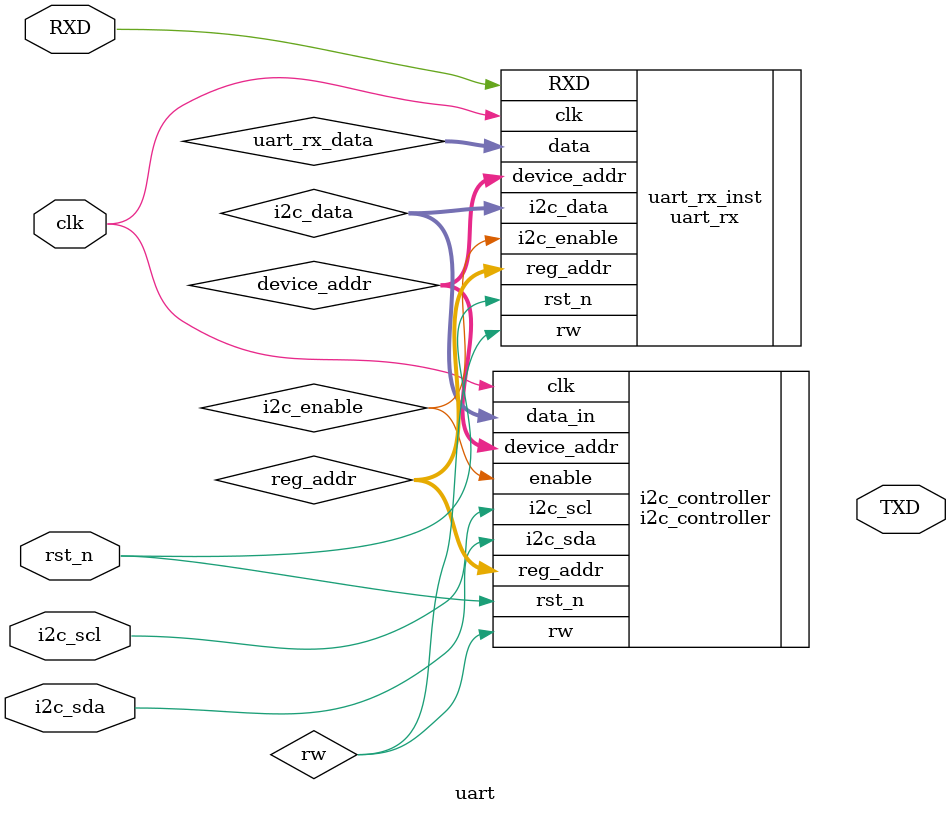
<source format=v>
`timescale 1ns / 1ps


module uart(
  
  input   wire           clk,
  input   wire           rst_n,
  input   wire           RXD,
  output   wire           TXD,
  inout wire i2c_sda,
  inout wire i2c_scl
);

	wire [6:0]  device_addr;
	wire        rw;
	wire [7:0]  reg_addr;
	wire [15:0] i2c_data;
	wire        i2c_enable;
	wire [15:0] data_out;
	wire        ready;
    wire [7:0]  uart_rx_data;
    wire        rd_en;
    wire [7:0]  tx_data;
  
  uart_rx uart_rx_inst(
  
  .clk            (clk  ),
  .rst_n          (rst_n),
  .RXD            (RXD  ),
  .data           (uart_rx_data),
  .device_addr    (device_addr),  
  .rw             (rw),
  .reg_addr       (reg_addr),
  .i2c_data   (i2c_data),
  .i2c_enable     (i2c_enable)  
);
  
  i2c_controller i2c_controller(
  .clk(clk),
  .rst_n(rst_n),
  .device_addr(device_addr),
  .rw(rw),  
  .reg_addr(reg_addr),  
  .data_in(i2c_data),
  .enable(i2c_enable),
  .i2c_sda(i2c_sda),
  .i2c_scl(i2c_scl));
  
  /*
  uart_tx uart_tx_inst(
  
  .clk        (clk  ),
  .rst_n        (rst_n  ),
  .empty        (empty  ),
  .data        (tx_data),
  .rd_en        (rd_en  ),
  .TXD        (TXD  )
);*/

endmodule

</source>
